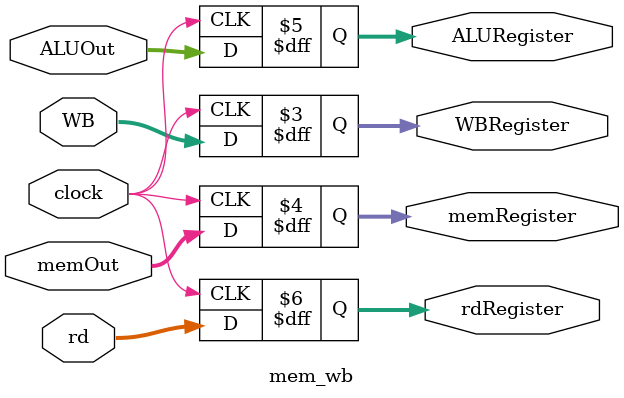
<source format=v>

`ifndef _mem_wb
`define _mem_wb

module mem_wb(
      input clock,
      input [1:0] WB,
      input [4:0] rd,
      input [31:0] memOut,ALUOut,
      output reg [1:0] WBRegister,
      output reg [31:0] memRegister,ALURegister,
      output reg [4:0] rdRegister
);
      initial begin
        WBRegister = 0;
        memRegister = 0;
        ALURegister = 0;
        rdRegister = 0;
      end

     always@(posedge clock) begin
       WBRegister <= WB;
       memRegister <= memOut;
       ALURegister <= ALUOut;
       rdRegister <= rd;
     end

endmodule
`endif

</source>
